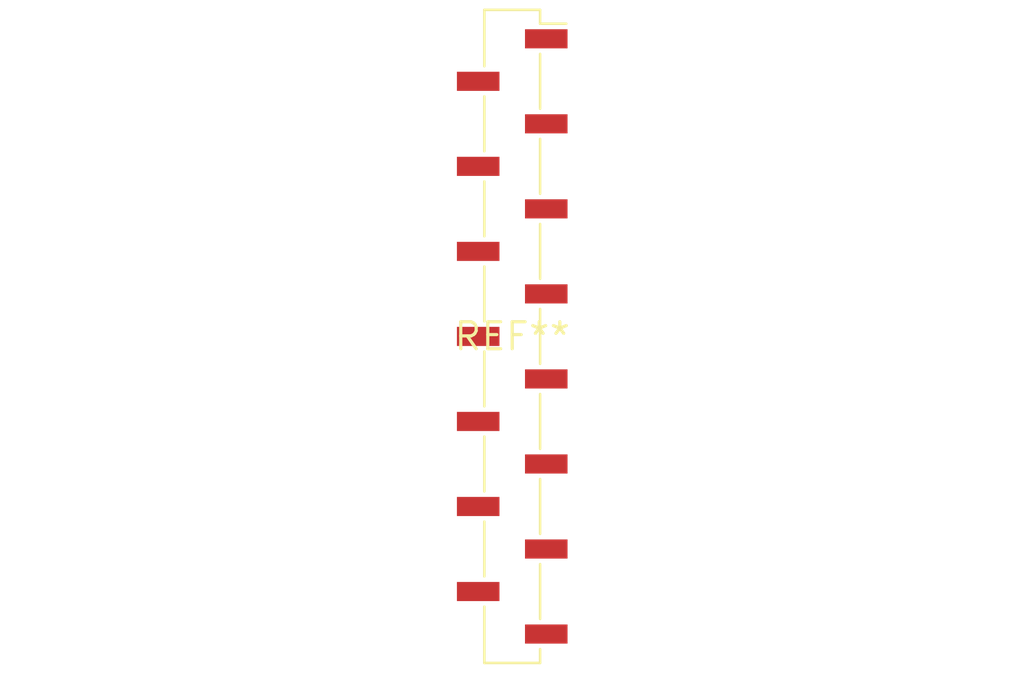
<source format=kicad_pcb>
(kicad_pcb (version 20240108) (generator pcbnew)
  (layers (0 "F.Cu" signal) (31 "B.Cu" signal) (34 "B.Paste" user) (35 "F.Paste" user) (36 "B.SilkS" user "B.Silkscreen") (37 "F.SilkS" user "F.Silkscreen") (38 "B.Mask" user) (39 "F.Mask" user) (44 "Edge.Cuts" user))
  (net 0 "")
  (footprint "PinSocket_1x15_P2.00mm_Vertical_SMD_Pin1Right" (layer "F.Cu") (at 0 0)
    (property "Reference" "REF**")
    (property "Value" "PinSocket_1x15_P2.00mm_Vertical_SMD_Pin1Right")
    (fp_line (start -1.31 -15.36) (end -1.31 -12.71) (layer "F.SilkS") (stroke (width 0.12)))
    (fp_line (start -1.31 -15.36) (end 1.31 -15.36) (layer "F.SilkS") (stroke (width 0.12)))
    (fp_line (start -1.31 -11.29) (end -1.31 -8.71) (layer "F.SilkS") (stroke (width 0.12)))
    (fp_line (start -1.31 -7.29) (end -1.31 -4.71) (layer "F.SilkS") (stroke (width 0.12)))
    (fp_line (start -1.31 -3.29) (end -1.31 -0.71) (layer "F.SilkS") (stroke (width 0.12)))
    (fp_line (start -1.31 0.71) (end -1.31 3.29) (layer "F.SilkS") (stroke (width 0.12)))
    (fp_line (start -1.31 4.71) (end -1.31 7.29) (layer "F.SilkS") (stroke (width 0.12)))
    (fp_line (start -1.31 8.71) (end -1.31 11.29) (layer "F.SilkS") (stroke (width 0.12)))
    (fp_line (start -1.31 12.71) (end -1.31 15.36) (layer "F.SilkS") (stroke (width 0.12)))
    (fp_line (start -1.31 15.36) (end 1.31 15.36) (layer "F.SilkS") (stroke (width 0.12)))
    (fp_line (start 1.31 -15.36) (end 1.31 -14.71) (layer "F.SilkS") (stroke (width 0.12)))
    (fp_line (start 1.31 -14.71) (end 2.54 -14.71) (layer "F.SilkS") (stroke (width 0.12)))
    (fp_line (start 1.31 -13.29) (end 1.31 -10.71) (layer "F.SilkS") (stroke (width 0.12)))
    (fp_line (start 1.31 -9.29) (end 1.31 -6.71) (layer "F.SilkS") (stroke (width 0.12)))
    (fp_line (start 1.31 -5.29) (end 1.31 -2.71) (layer "F.SilkS") (stroke (width 0.12)))
    (fp_line (start 1.31 -1.29) (end 1.31 1.29) (layer "F.SilkS") (stroke (width 0.12)))
    (fp_line (start 1.31 2.71) (end 1.31 5.29) (layer "F.SilkS") (stroke (width 0.12)))
    (fp_line (start 1.31 6.71) (end 1.31 9.29) (layer "F.SilkS") (stroke (width 0.12)))
    (fp_line (start 1.31 10.71) (end 1.31 13.29) (layer "F.SilkS") (stroke (width 0.12)))
    (fp_line (start 1.31 14.71) (end 1.31 15.36) (layer "F.SilkS") (stroke (width 0.12)))
    (pad "1" smd rect (at 1.6 -14) (size 2 0.9) (layers "F.Cu" "F.Paste" "F.Mask"))
    (pad "2" smd rect (at -1.6 -12) (size 2 0.9) (layers "F.Cu" "F.Paste" "F.Mask"))
    (pad "3" smd rect (at 1.6 -10) (size 2 0.9) (layers "F.Cu" "F.Paste" "F.Mask"))
    (pad "4" smd rect (at -1.6 -8) (size 2 0.9) (layers "F.Cu" "F.Paste" "F.Mask"))
    (pad "5" smd rect (at 1.6 -6) (size 2 0.9) (layers "F.Cu" "F.Paste" "F.Mask"))
    (pad "6" smd rect (at -1.6 -4) (size 2 0.9) (layers "F.Cu" "F.Paste" "F.Mask"))
    (pad "7" smd rect (at 1.6 -2) (size 2 0.9) (layers "F.Cu" "F.Paste" "F.Mask"))
    (pad "8" smd rect (at -1.6 0) (size 2 0.9) (layers "F.Cu" "F.Paste" "F.Mask"))
    (pad "9" smd rect (at 1.6 2) (size 2 0.9) (layers "F.Cu" "F.Paste" "F.Mask"))
    (pad "10" smd rect (at -1.6 4) (size 2 0.9) (layers "F.Cu" "F.Paste" "F.Mask"))
    (pad "11" smd rect (at 1.6 6) (size 2 0.9) (layers "F.Cu" "F.Paste" "F.Mask"))
    (pad "12" smd rect (at -1.6 8) (size 2 0.9) (layers "F.Cu" "F.Paste" "F.Mask"))
    (pad "13" smd rect (at 1.6 10) (size 2 0.9) (layers "F.Cu" "F.Paste" "F.Mask"))
    (pad "14" smd rect (at -1.6 12) (size 2 0.9) (layers "F.Cu" "F.Paste" "F.Mask"))
    (pad "15" smd rect (at 1.6 14) (size 2 0.9) (layers "F.Cu" "F.Paste" "F.Mask"))
  )
)
</source>
